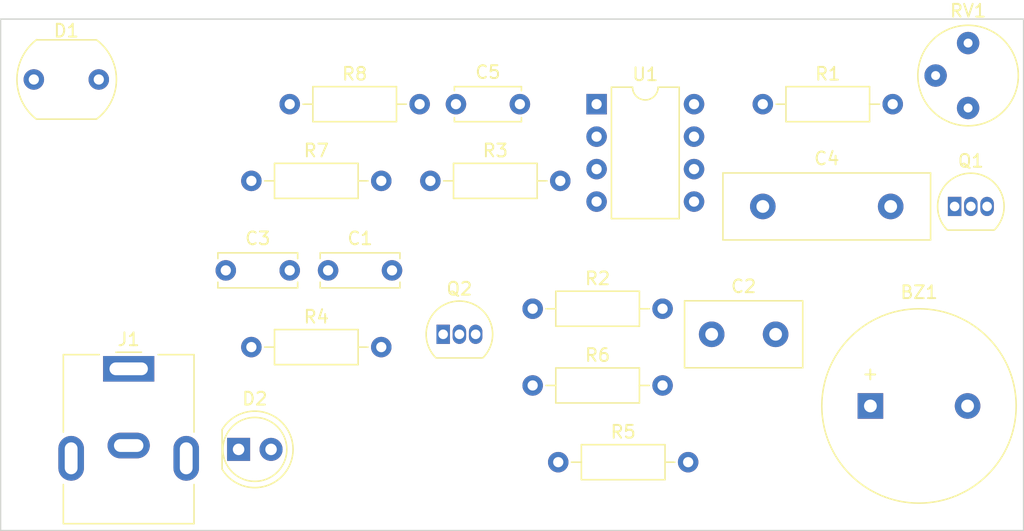
<source format=kicad_pcb>
(kicad_pcb (version 20211014) (generator pcbnew)
  (title_block (title "gammaray2usb") (date "2021-12-27") (rev "0.3x") (company "Fort Sand, Inc."))
  (layers (0 "F.Cu" signal) (31 "B.Cu" signal) (34 "B.Paste" user) (35 "F.Paste" user) (36 "B.SilkS" user "B.Silkscreen") (37 "F.SilkS" user "F.Silkscreen") (38 "B.Mask" user) (39 "F.Mask" user) (44 "Edge.Cuts" user))
  (net 0 "")
  (net 1 "Net-(BZ1-Pad1)")
  (net 2 "GND")
  (net 3 "Net-(C1-Pad1)")
  (net 4 "Net-(C2-Pad1)")
  (net 5 "+9V")
  (net 6 "Net-(C4-Pad1)")
  (net 7 "Net-(C5-Pad1)")
  (net 8 "Net-(D1-Pad2)")
  (net 9 "Net-(D2-Pad2)")
  (net 10 "Net-(Q1-Pad3)")
  (net 11 "Net-(Q2-Pad1)")
  (net 12 "Net-(R5-Pad1)")
  (net 13 "Net-(R6-Pad2)")
  (net 14 "Net-(R7-Pad1)")
  (net 15 "GNDREF")
  (net 16 "-9V")
  (footprint "Potentiometer_THT:Potentiometer_Bourns_3339P_Vertical_HandSoldering" (layer "F.Cu") (at 195.054627 78.301859)
    (fp_text reference "RV1" (at 0 -7.6) (layer "F.SilkS"))
    (fp_text value "250kΩ")
    (fp_circle (center 0 -2.54) (end 3.93 -2.54) (layer "F.SilkS") (width 0.12) (fill none))
    (pad "1" thru_hole circle locked (at 0 0) (size 1.75 1.75) (drill 0.7) (layers *.Cu *.Mask) (net 5 "+9V"))
    (pad "2" thru_hole circle locked (at -2.54 -2.54) (size 1.75 1.75) (drill 0.7) (layers *.Cu *.Mask) (net 14 "Net-(R7-Pad1)"))
    (pad "3" thru_hole circle locked (at 0 -5.08) (size 1.75 1.75) (drill 0.7) (layers *.Cu *.Mask) (net 2 "GND"))
  )
  (footprint "Resistor_THT:R_Axial_DIN0207_L6.3mm_D2.5mm_P10.16mm_Horizontal" (layer "F.Cu") (at 161 94)
    (fp_text reference "R2" (at 5.08 -2.37) (layer "F.SilkS"))
    (fp_text value "1.5M")
    (fp_line (start 9.12 0) (end 8.35 0) (layer "F.SilkS") (width 0.12))
    (fp_line (start 1.81 1.37) (end 8.35 1.37) (layer "F.SilkS") (width 0.12))
    (fp_line (start 1.81 -1.37) (end 1.81 1.37) (layer "F.SilkS") (width 0.12))
    (fp_line (start 1.04 0) (end 1.81 0) (layer "F.SilkS") (width 0.12))
    (fp_line (start 8.35 1.37) (end 8.35 -1.37) (layer "F.SilkS") (width 0.12))
    (fp_line (start 8.35 -1.37) (end 1.81 -1.37) (layer "F.SilkS") (width 0.12))
    (pad "1" thru_hole circle locked (at 0 0) (size 1.6 1.6) (drill 0.8) (layers *.Cu *.Mask) (net 3 "Net-(C1-Pad1)"))
    (pad "2" thru_hole oval locked (at 10.16 0) (size 1.6 1.6) (drill 0.8) (layers *.Cu *.Mask) (net 11 "Net-(Q2-Pad1)"))
  )
  (footprint "Resistor_THT:R_Axial_DIN0207_L6.3mm_D2.5mm_P10.16mm_Horizontal" (layer "F.Cu") (at 163 106)
    (fp_text reference "R5" (at 5.08 -2.37) (layer "F.SilkS"))
    (fp_text value "1k")
    (fp_line (start 9.12 0) (end 8.35 0) (layer "F.SilkS") (width 0.12))
    (fp_line (start 1.04 0) (end 1.81 0) (layer "F.SilkS") (width 0.12))
    (fp_line (start 1.81 1.37) (end 8.35 1.37) (layer "F.SilkS") (width 0.12))
    (fp_line (start 8.35 1.37) (end 8.35 -1.37) (layer "F.SilkS") (width 0.12))
    (fp_line (start 8.35 -1.37) (end 1.81 -1.37) (layer "F.SilkS") (width 0.12))
    (fp_line (start 1.81 -1.37) (end 1.81 1.37) (layer "F.SilkS") (width 0.12))
    (pad "1" thru_hole circle locked (at 0 0) (size 1.6 1.6) (drill 0.8) (layers *.Cu *.Mask) (net 12 "Net-(R5-Pad1)"))
    (pad "2" thru_hole oval locked (at 10.16 0) (size 1.6 1.6) (drill 0.8) (layers *.Cu *.Mask) (net 6 "Net-(C4-Pad1)"))
  )
  (footprint "Resistor_THT:R_Axial_DIN0207_L6.3mm_D2.5mm_P10.16mm_Horizontal" (layer "F.Cu") (at 142 78)
    (fp_text reference "R8" (at 5.08 -2.37) (layer "F.SilkS"))
    (fp_text value "1k")
    (fp_line (start 1.81 1.37) (end 8.35 1.37) (layer "F.SilkS") (width 0.12))
    (fp_line (start 1.81 -1.37) (end 1.81 1.37) (layer "F.SilkS") (width 0.12))
    (fp_line (start 8.35 -1.37) (end 1.81 -1.37) (layer "F.SilkS") (width 0.12))
    (fp_line (start 1.04 0) (end 1.81 0) (layer "F.SilkS") (width 0.12))
    (fp_line (start 8.35 1.37) (end 8.35 -1.37) (layer "F.SilkS") (width 0.12))
    (fp_line (start 9.12 0) (end 8.35 0) (layer "F.SilkS") (width 0.12))
    (pad "1" thru_hole circle locked (at 0 0) (size 1.6 1.6) (drill 0.8) (layers *.Cu *.Mask) (net 9 "Net-(D2-Pad2)"))
    (pad "2" thru_hole oval locked (at 10.16 0) (size 1.6 1.6) (drill 0.8) (layers *.Cu *.Mask) (net 1 "Net-(BZ1-Pad1)"))
  )
  (footprint "Capacitor_THT:C_Disc_D6.0mm_W2.5mm_P5.00mm" (layer "F.Cu") (at 145 91)
    (fp_text reference "C1" (at 2.5 -2.5) (layer "F.SilkS"))
    (fp_text value "0.1µF")
    (fp_line (start -0.62 -1.37) (end -0.62 -0.925) (layer "F.SilkS") (width 0.12))
    (fp_line (start -0.62 -1.37) (end 5.62 -1.37) (layer "F.SilkS") (width 0.12))
    (fp_line (start 5.62 0.925) (end 5.62 1.37) (layer "F.SilkS") (width 0.12))
    (fp_line (start -0.62 0.925) (end -0.62 1.37) (layer "F.SilkS") (width 0.12))
    (fp_line (start -0.62 1.37) (end 5.62 1.37) (layer "F.SilkS") (width 0.12))
    (fp_line (start 5.62 -1.37) (end 5.62 -0.925) (layer "F.SilkS") (width 0.12))
    (pad "1" thru_hole circle locked (at 0 0) (size 1.6 1.6) (drill 0.8) (layers *.Cu *.Mask) (net 3 "Net-(C1-Pad1)"))
    (pad "2" thru_hole circle locked (at 5 0) (size 1.6 1.6) (drill 0.8) (layers *.Cu *.Mask) (net 2 "GND"))
  )
  (footprint "Resistor_THT:R_Axial_DIN0207_L6.3mm_D2.5mm_P10.16mm_Horizontal" (layer "F.Cu") (at 153 84)
    (fp_text reference "R3" (at 5.08 -2.37) (layer "F.SilkS"))
    (fp_text value "56k")
    (fp_line (start 8.35 -1.37) (end 1.81 -1.37) (layer "F.SilkS") (width 0.12))
    (fp_line (start 1.81 1.37) (end 8.35 1.37) (layer "F.SilkS") (width 0.12))
    (fp_line (start 8.35 1.37) (end 8.35 -1.37) (layer "F.SilkS") (width 0.12))
    (fp_line (start 1.04 0) (end 1.81 0) (layer "F.SilkS") (width 0.12))
    (fp_line (start 9.12 0) (end 8.35 0) (layer "F.SilkS") (width 0.12))
    (fp_line (start 1.81 -1.37) (end 1.81 1.37) (layer "F.SilkS") (width 0.12))
    (pad "1" thru_hole circle locked (at 0 0) (size 1.6 1.6) (drill 0.8) (layers *.Cu *.Mask) (net 11 "Net-(Q2-Pad1)"))
    (pad "2" thru_hole oval locked (at 10.16 0) (size 1.6 1.6) (drill 0.8) (layers *.Cu *.Mask) (net 10 "Net-(Q1-Pad3)"))
  )
  (footprint "Resistor_THT:R_Axial_DIN0207_L6.3mm_D2.5mm_P10.16mm_Horizontal" (layer "F.Cu") (at 161 100)
    (fp_text reference "R6" (at 5.08 -2.37) (layer "F.SilkS"))
    (fp_text value "1.5M")
    (fp_line (start 1.81 1.37) (end 8.35 1.37) (layer "F.SilkS") (width 0.12))
    (fp_line (start 8.35 -1.37) (end 1.81 -1.37) (layer "F.SilkS") (width 0.12))
    (fp_line (start 9.12 0) (end 8.35 0) (layer "F.SilkS") (width 0.12))
    (fp_line (start 1.81 -1.37) (end 1.81 1.37) (layer "F.SilkS") (width 0.12))
    (fp_line (start 8.35 1.37) (end 8.35 -1.37) (layer "F.SilkS") (width 0.12))
    (fp_line (start 1.04 0) (end 1.81 0) (layer "F.SilkS") (width 0.12))
    (pad "1" thru_hole circle locked (at 0 0) (size 1.6 1.6) (drill 0.8) (layers *.Cu *.Mask) (net 12 "Net-(R5-Pad1)"))
    (pad "2" thru_hole oval locked (at 10.16 0) (size 1.6 1.6) (drill 0.8) (layers *.Cu *.Mask) (net 13 "Net-(R6-Pad2)"))
  )
  (footprint "Package_TO_SOT_THT:TO-92_Inline" (layer "F.Cu") (at 194 86)
    (fp_text reference "Q1" (at 1.27 -3.56) (layer "F.SilkS"))
    (fp_text value "2N7000")
    (fp_line (start -0.53 1.85) (end 3.07 1.85) (layer "F.SilkS") (width 0.12))
    (fp_arc (start 1.27 -2.6) (mid 3.672087 -0.994977) (end 3.108478 1.838478) (layer "F.SilkS") (width 0.12))
    (fp_arc (start -0.568478 1.838478) (mid -1.132087 -0.994977) (end 1.27 -2.6) (layer "F.SilkS") (width 0.12))
    (pad "1" thru_hole rect locked (at 0 0) (size 1.05 1.5) (drill 0.75) (layers *.Cu *.Mask) (net 2 "GND"))
    (pad "2" thru_hole oval locked (at 1.27 0) (size 1.05 1.5) (drill 0.75) (layers *.Cu *.Mask) (net 8 "Net-(D1-Pad2)"))
    (pad "3" thru_hole oval locked (at 2.54 0) (size 1.05 1.5) (drill 0.75) (layers *.Cu *.Mask) (net 10 "Net-(Q1-Pad3)"))
  )
  (footprint "Package_DIP:DIP-8_W7.62mm" (layer "F.Cu") (at 166 78)
    (fp_text reference "U1" (at 3.81 -2.33) (layer "F.SilkS"))
    (fp_text value "LM358")
    (fp_line (start 6.46 -1.33) (end 4.81 -1.33) (layer "F.SilkS") (width 0.12))
    (fp_line (start 2.81 -1.33) (end 1.16 -1.33) (layer "F.SilkS") (width 0.12))
    (fp_line (start 1.16 8.95) (end 6.46 8.95) (layer "F.SilkS") (width 0.12))
    (fp_line (start 1.16 -1.33) (end 1.16 8.95) (layer "F.SilkS") (width 0.12))
    (fp_line (start 6.46 8.95) (end 6.46 -1.33) (layer "F.SilkS") (width 0.12))
    (fp_arc (start 4.81 -1.33) (mid 3.81 -0.33) (end 2.81 -1.33) (layer "F.SilkS") (width 0.12))
    (pad "1" thru_hole rect locked (at 0 0) (size 1.6 1.6) (drill 0.8) (layers *.Cu *.Mask) (net 13 "Net-(R6-Pad2)"))
    (pad "2" thru_hole oval locked (at 0 2.54) (size 1.6 1.6) (drill 0.8) (layers *.Cu *.Mask) (net 12 "Net-(R5-Pad1)"))
    (pad "3" thru_hole oval locked (at 0 5.08) (size 1.6 1.6) (drill 0.8) (layers *.Cu *.Mask) (net 10 "Net-(Q1-Pad3)"))
    (pad "4" thru_hole oval locked (at 0 7.62) (size 1.6 1.6) (drill 0.8) (layers *.Cu *.Mask) (net 15 "GNDREF"))
    (pad "5" thru_hole oval locked (at 7.62 7.62) (size 1.6 1.6) (drill 0.8) (layers *.Cu *.Mask) (net 7 "Net-(C5-Pad1)"))
    (pad "6" thru_hole oval locked (at 7.62 5.08) (size 1.6 1.6) (drill 0.8) (layers *.Cu *.Mask) (net 13 "Net-(R6-Pad2)"))
    (pad "7" thru_hole oval locked (at 7.62 2.54) (size 1.6 1.6) (drill 0.8) (layers *.Cu *.Mask) (net 1 "Net-(BZ1-Pad1)"))
    (pad "8" thru_hole oval locked (at 7.62 0) (size 1.6 1.6) (drill 0.8) (layers *.Cu *.Mask) (net 5 "+9V"))
  )
  (footprint "Resistor_THT:R_Axial_DIN0207_L6.3mm_D2.5mm_P10.16mm_Horizontal" (layer "F.Cu") (at 179 78)
    (fp_text reference "R1" (at 5.08 -2.37) (layer "F.SilkS"))
    (fp_text value "10M")
    (fp_line (start 9.12 0) (end 8.35 0) (layer "F.SilkS") (width 0.12))
    (fp_line (start 8.35 -1.37) (end 1.81 -1.37) (layer "F.SilkS") (width 0.12))
    (fp_line (start 8.35 1.37) (end 8.35 -1.37) (layer "F.SilkS") (width 0.12))
    (fp_line (start 1.81 -1.37) (end 1.81 1.37) (layer "F.SilkS") (width 0.12))
    (fp_line (start 1.04 0) (end 1.81 0) (layer "F.SilkS") (width 0.12))
    (fp_line (start 1.81 1.37) (end 8.35 1.37) (layer "F.SilkS") (width 0.12))
    (pad "1" thru_hole circle locked (at 0 0) (size 1.6 1.6) (drill 0.8) (layers *.Cu *.Mask) (net 8 "Net-(D1-Pad2)"))
    (pad "2" thru_hole oval locked (at 10.16 0) (size 1.6 1.6) (drill 0.8) (layers *.Cu *.Mask) (net 2 "GND"))
  )
  (footprint "Resistor_THT:R_Axial_DIN0207_L6.3mm_D2.5mm_P10.16mm_Horizontal" (layer "F.Cu") (at 139 84)
    (fp_text reference "R7" (at 5.08 -2.37) (layer "F.SilkS"))
    (fp_text value "1k")
    (fp_line (start 8.35 -1.37) (end 1.81 -1.37) (layer "F.SilkS") (width 0.12))
    (fp_line (start 9.12 0) (end 8.35 0) (layer "F.SilkS") (width 0.12))
    (fp_line (start 1.81 -1.37) (end 1.81 1.37) (layer "F.SilkS") (width 0.12))
    (fp_line (start 8.35 1.37) (end 8.35 -1.37) (layer "F.SilkS") (width 0.12))
    (fp_line (start 1.81 1.37) (end 8.35 1.37) (layer "F.SilkS") (width 0.12))
    (fp_line (start 1.04 0) (end 1.81 0) (layer "F.SilkS") (width 0.12))
    (pad "1" thru_hole circle locked (at 0 0) (size 1.6 1.6) (drill 0.8) (layers *.Cu *.Mask) (net 14 "Net-(R7-Pad1)"))
    (pad "2" thru_hole oval locked (at 10.16 0) (size 1.6 1.6) (drill 0.8) (layers *.Cu *.Mask) (net 7 "Net-(C5-Pad1)"))
  )
  (footprint "Buzzer_Beeper:Buzzer_15x7.5RM7.6" (layer "F.Cu") (at 187.414265 101.603514)
    (fp_text reference "BZ1" (at 3.81 -8.89) (layer "F.SilkS"))
    (fp_text value "Buzzer")
    (fp_text user "+" (at -0.01 -2.54) (layer "F.SilkS"))
    (fp_circle (center 3.8 0) (end 11.4 0) (layer "F.SilkS") (width 0.12) (fill none))
    (pad "1" thru_hole rect locked (at 0 0) (size 2 2) (drill 1) (layers *.Cu *.Mask) (net 1 "Net-(BZ1-Pad1)"))
    (pad "2" thru_hole circle locked (at 7.6 0) (size 2 2) (drill 1) (layers *.Cu *.Mask) (net 2 "GND"))
  )
  (footprint "Capacitor_THT:C_Disc_D5.0mm_W2.5mm_P5.00mm" (layer "F.Cu") (at 155 78)
    (fp_text reference "C5" (at 2.5 -2.5) (layer "F.SilkS"))
    (fp_text value "0.01µF")
    (fp_line (start -0.12 1.37) (end 5.12 1.37) (layer "F.SilkS") (width 0.12))
    (fp_line (start 5.12 1.055) (end 5.12 1.37) (layer "F.SilkS") (width 0.12))
    (fp_line (start -0.12 1.055) (end -0.12 1.37) (layer "F.SilkS") (width 0.12))
    (fp_line (start 5.12 -1.37) (end 5.12 -1.055) (layer "F.SilkS") (width 0.12))
    (fp_line (start -0.12 -1.37) (end -0.12 -1.055) (layer "F.SilkS") (width 0.12))
    (fp_line (start -0.12 -1.37) (end 5.12 -1.37) (layer "F.SilkS") (width 0.12))
    (pad "1" thru_hole circle locked (at 0 0) (size 1.6 1.6) (drill 0.8) (layers *.Cu *.Mask) (net 7 "Net-(C5-Pad1)"))
    (pad "2" thru_hole circle locked (at 5 0) (size 1.6 1.6) (drill 0.8) (layers *.Cu *.Mask) (net 1 "Net-(BZ1-Pad1)"))
  )
  (footprint "Capacitor_THT:C_Disc_D16.0mm_W5.0mm_P10.00mm" (layer "F.Cu") (at 179 86)
    (fp_text reference "C4" (at 5 -3.75) (layer "F.SilkS"))
    (fp_text value "0.02µF")
    (fp_line (start -3.12 2.62) (end 13.12 2.62) (layer "F.SilkS") (width 0.12))
    (fp_line (start 13.12 -2.62) (end 13.12 2.62) (layer "F.SilkS") (width 0.12))
    (fp_line (start -3.12 -2.62) (end 13.12 -2.62) (layer "F.SilkS") (width 0.12))
    (fp_line (start -3.12 -2.62) (end -3.12 2.62) (layer "F.SilkS") (width 0.12))
    (pad "1" thru_hole circle locked (at 0 0) (size 2 2) (drill 1) (layers *.Cu *.Mask) (net 6 "Net-(C4-Pad1)"))
    (pad "2" thru_hole circle locked (at 10 0) (size 2 2) (drill 1) (layers *.Cu *.Mask) (net 2 "GND"))
  )
  (footprint "Capacitor_THT:C_Disc_D6.0mm_W2.5mm_P5.00mm" (layer "F.Cu") (at 137 91)
    (fp_text reference "C3" (at 2.5 -2.5) (layer "F.SilkS"))
    (fp_text value "0.1µF")
    (fp_line (start 5.62 -1.37) (end 5.62 -0.925) (layer "F.SilkS") (width 0.12))
    (fp_line (start -0.62 -1.37) (end 5.62 -1.37) (layer "F.SilkS") (width 0.12))
    (fp_line (start -0.62 0.925) (end -0.62 1.37) (layer "F.SilkS") (width 0.12))
    (fp_line (start -0.62 -1.37) (end -0.62 -0.925) (layer "F.SilkS") (width 0.12))
    (fp_line (start 5.62 0.925) (end 5.62 1.37) (layer "F.SilkS") (width 0.12))
    (fp_line (start -0.62 1.37) (end 5.62 1.37) (layer "F.SilkS") (width 0.12))
    (pad "1" thru_hole circle locked (at 0 0) (size 1.6 1.6) (drill 0.8) (layers *.Cu *.Mask) (net 16 "-9V"))
    (pad "2" thru_hole circle locked (at 5 0) (size 1.6 1.6) (drill 0.8) (layers *.Cu *.Mask) (net 2 "GND"))
  )
  (footprint "OptoDevice:R_LDR_7x6mm_P5.1mm_Vertical" (layer "F.Cu") (at 121.986899 76.070297)
    (fp_text reference "D1" (at 2.54 -3.81) (layer "F.SilkS"))
    (fp_text value "BPW34")
    (fp_line (start 0.2 -3.1) (end 4.9 -3.1) (layer "F.SilkS") (width 0.12))
    (fp_line (start 0.2 3.1) (end 4.9 3.1) (layer "F.SilkS") (width 0.12))
    (fp_arc (start 4.9 -3.1) (mid 6.460049 0.00492) (end 4.89209 3.105853) (layer "F.SilkS") (width 0.12))
    (fp_arc (start 0.2 3.1) (mid -1.320423 -0.016888) (end 0.226796 -3.120561) (layer "F.SilkS") (width 0.12))
    (pad "1" thru_hole circle locked (at 0 0) (size 1.6 1.6) (drill 0.8) (layers *.Cu *.Mask) (net 3 "Net-(C1-Pad1)"))
    (pad "2" thru_hole circle locked (at 5.08 0) (size 1.6 1.6) (drill 0.8) (layers *.Cu *.Mask) (net 8 "Net-(D1-Pad2)"))
  )
  (footprint "LED_THT:LED_D5.0mm" (layer "F.Cu") (at 138 105)
    (fp_text reference "D2" (at 1.27 -3.96) (layer "F.SilkS"))
    (fp_text value "LED")
    (fp_line (start -1.29 -1.545) (end -1.29 1.545) (layer "F.SilkS") (width 0.12))
    (fp_arc (start -1.29 -1.54483) (mid 2.072002 -2.880433) (end 4.26 0.000462) (layer "F.SilkS") (width 0.12))
    (fp_arc (start 4.26 -0.000462) (mid 2.072002 2.880433) (end -1.29 1.54483) (layer "F.SilkS") (width 0.12))
    (fp_circle (center 1.27 0) (end 3.77 0) (layer "F.SilkS") (width 0.12) (fill none))
    (pad "1" thru_hole rect locked (at 0 0) (size 1.8 1.8) (drill 0.9) (layers *.Cu *.Mask) (net 2 "GND"))
    (pad "2" thru_hole circle locked (at 2.54 0) (size 1.8 1.8) (drill 0.9) (layers *.Cu *.Mask) (net 9 "Net-(D2-Pad2)"))
  )
  (footprint "Connector_BarrelJack:BarrelJack_CUI_PJ-063AH_Horizontal" (layer "F.Cu") (at 129.405197 98.698354)
    (fp_text reference "J1" (at 0 -2.3) (layer "F.SilkS"))
    (fp_text value "Barrel_Jack_MountingPin")
    (fp_line (start -5.11 -1.11) (end -2.3 -1.11) (layer "F.SilkS") (width 0.12))
    (fp_line (start -1 -1.3) (end 1 -1.3) (layer "F.SilkS") (width 0.12))
    (fp_line (start -5.11 12.11) (end -5.11 9.05) (layer "F.SilkS") (width 0.12))
    (fp_line (start 2.3 -1.11) (end 5.11 -1.11) (layer "F.SilkS") (width 0.12))
    (fp_line (start 5.11 12.11) (end -5.11 12.11) (layer "F.SilkS") (width 0.12))
    (fp_line (start 5.11 9.05) (end 5.11 12.11) (layer "F.SilkS") (width 0.12))
    (fp_line (start 5.11 -1.11) (end 5.11 4.95) (layer "F.SilkS") (width 0.12))
    (fp_line (start -5.11 4.95) (end -5.11 -1.11) (layer "F.SilkS") (width 0.12))
    (pad "" np_thru_hole circle locked (at 0 9) (size 1.6 1.6) (drill 1.6) (layers *.Cu *.Mask))
    (pad "1" thru_hole rect locked (at 0 0) (size 4 2) (drill oval 3 1) (layers *.Cu *.Mask) (net 16 "-9V"))
    (pad "2" thru_hole oval locked (at 0 6) (size 3.3 2) (drill oval 2.3 1) (layers *.Cu *.Mask) (net 2 "GND"))
    (pad "MP" thru_hole oval locked (at 4.5 7) (size 2 3.5) (drill oval 1 2.5) (layers *.Cu *.Mask) (net 2 "GND"))
    (pad "MP" thru_hole oval locked (at -4.5 7) (size 2 3.5) (drill oval 1 2.5) (layers *.Cu *.Mask) (net 2 "GND"))
  )
  (footprint "Package_TO_SOT_THT:TO-92_Inline" (layer "F.Cu") (at 154 96)
    (fp_text reference "Q2" (at 1.27 -3.56) (layer "F.SilkS"))
    (fp_text value "2N3904")
    (fp_line (start -0.53 1.85) (end 3.07 1.85) (layer "F.SilkS") (width 0.12))
    (fp_arc (start 1.27 -2.6) (mid 3.672087 -0.994977) (end 3.108478 1.838478) (layer "F.SilkS") (width 0.12))
    (fp_arc (start -0.568478 1.838478) (mid -1.132087 -0.994977) (end 1.27 -2.6) (layer "F.SilkS") (width 0.12))
    (pad "1" thru_hole rect locked (at 0 0) (size 1.05 1.5) (drill 0.75) (layers *.Cu *.Mask) (net 11 "Net-(Q2-Pad1)"))
    (pad "2" thru_hole oval locked (at 1.27 0) (size 1.05 1.5) (drill 0.75) (layers *.Cu *.Mask) (net 4 "Net-(C2-Pad1)"))
    (pad "3" thru_hole oval locked (at 2.54 0) (size 1.05 1.5) (drill 0.75) (layers *.Cu *.Mask) (net 16 "-9V"))
  )
  (footprint "Resistor_THT:R_Axial_DIN0207_L6.3mm_D2.5mm_P10.16mm_Horizontal" (layer "F.Cu") (at 139 97)
    (fp_text reference "R4" (at 5.08 -2.37) (layer "F.SilkS"))
    (fp_text value "150k")
    (fp_line (start 8.35 1.37) (end 8.35 -1.37) (layer "F.SilkS") (width 0.12))
    (fp_line (start 1.81 1.37) (end 8.35 1.37) (layer "F.SilkS") (width 0.12))
    (fp_line (start 1.04 0) (end 1.81 0) (layer "F.SilkS") (width 0.12))
    (fp_line (start 8.35 -1.37) (end 1.81 -1.37) (layer "F.SilkS") (width 0.12))
    (fp_line (start 1.81 -1.37) (end 1.81 1.37) (layer "F.SilkS") (width 0.12))
    (fp_line (start 9.12 0) (end 8.35 0) (layer "F.SilkS") (width 0.12))
    (pad "1" thru_hole circle locked (at 0 0) (size 1.6 1.6) (drill 0.8) (layers *.Cu *.Mask) (net 16 "-9V"))
    (pad "2" thru_hole oval locked (at 10.16 0) (size 1.6 1.6) (drill 0.8) (layers *.Cu *.Mask) (net 4 "Net-(C2-Pad1)"))
  )
  (footprint "Capacitor_THT:C_Disc_D9.0mm_W5.0mm_P5.00mm" (layer "F.Cu") (at 175 96)
    (fp_text reference "C2" (at 2.5 -3.75) (layer "F.SilkS"))
    (fp_text value "100 uF")
    (fp_line (start -2.12 2.62) (end 7.12 2.62) (layer "F.SilkS") (width 0.12))
    (fp_line (start -2.12 -2.62) (end -2.12 2.62) (layer "F.SilkS") (width 0.12))
    (fp_line (start -2.12 -2.62) (end 7.12 -2.62) (layer "F.SilkS") (width 0.12))
    (fp_line (start 7.12 -2.62) (end 7.12 2.62) (layer "F.SilkS") (width 0.12))
    (pad "1" thru_hole circle locked (at 0 0) (size 2 2) (drill 1) (layers *.Cu *.Mask) (net 4 "Net-(C2-Pad1)"))
    (pad "2" thru_hole circle locked (at 5 0) (size 2 2) (drill 1) (layers *.Cu *.Mask) (net 2 "GND"))
  )
  (gr_line (start 199.390549 111.345251) (end 119.390549 111.345251) (layer "Edge.Cuts") (width 0.1))
  (gr_line (start 119.390549 71.345251) (end 199.390549 71.345251) (layer "Edge.Cuts") (width 0.1))
  (gr_line (start 199.390549 71.345251) (end 199.390549 111.345251) (layer "Edge.Cuts") (width 0.1))
  (gr_line (start 119.390549 111.345251) (end 119.390549 71.345251) (layer "Edge.Cuts") (width 0.1))
)
</source>
